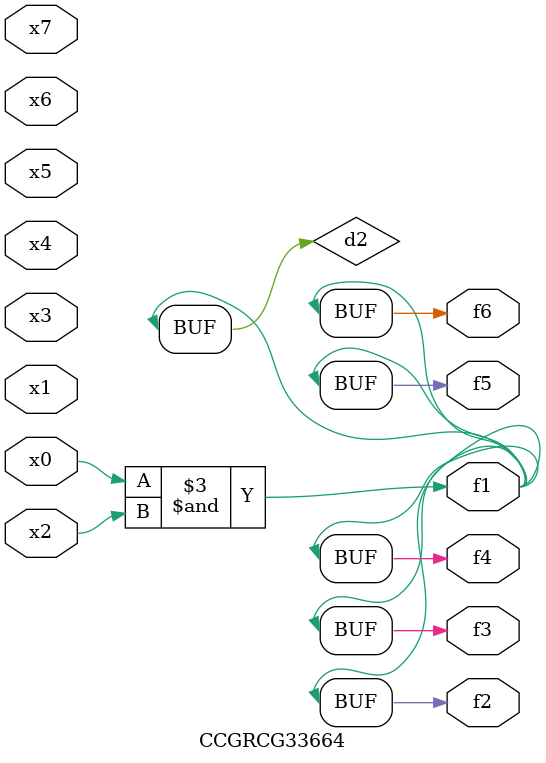
<source format=v>
module CCGRCG33664(
	input x0, x1, x2, x3, x4, x5, x6, x7,
	output f1, f2, f3, f4, f5, f6
);

	wire d1, d2;

	nor (d1, x3, x6);
	and (d2, x0, x2);
	assign f1 = d2;
	assign f2 = d2;
	assign f3 = d2;
	assign f4 = d2;
	assign f5 = d2;
	assign f6 = d2;
endmodule

</source>
